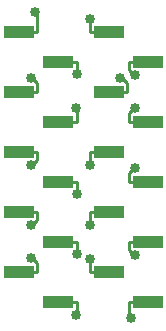
<source format=gbl>
G04 #@! TF.FileFunction,Copper,L2,Bot,Signal*
%FSLAX46Y46*%
G04 Gerber Fmt 4.6, Leading zero omitted, Abs format (unit mm)*
G04 Created by KiCad (PCBNEW 4.0.7-e2-6376~58~ubuntu16.04.1) date Sat Jan 13 09:44:16 2018*
%MOMM*%
%LPD*%
G01*
G04 APERTURE LIST*
%ADD10C,0.100000*%
%ADD11R,2.510000X1.000000*%
%ADD12C,0.850000*%
%ADD13C,0.250000*%
G04 APERTURE END LIST*
D10*
D11*
X146185000Y-96139000D03*
X146185000Y-101219000D03*
X146185000Y-106299000D03*
X146185000Y-111379000D03*
X146185000Y-116459000D03*
X142875000Y-93599000D03*
X142875000Y-98679000D03*
X142875000Y-103759000D03*
X142875000Y-108839000D03*
X142875000Y-113919000D03*
X153797000Y-96139000D03*
X153797000Y-101219000D03*
X153797000Y-106299000D03*
X153797000Y-111379000D03*
X153797000Y-116459000D03*
X150487000Y-93599000D03*
X150487000Y-98679000D03*
X150487000Y-103759000D03*
X150487000Y-108839000D03*
X150487000Y-113919000D03*
D12*
X147765300Y-97211900D03*
X147696300Y-100091300D03*
X147765300Y-107381800D03*
X147765300Y-112451900D03*
X147696300Y-117584300D03*
X144237400Y-91957000D03*
X143895700Y-97528100D03*
X143895700Y-104909800D03*
X143895700Y-109966100D03*
X143895700Y-112768100D03*
X148906700Y-92533700D03*
X152746300Y-97289900D03*
X151443000Y-97535300D03*
X152746300Y-100068100D03*
X148906700Y-104850400D03*
X152746300Y-105148100D03*
X148906700Y-109928800D03*
X152746300Y-112529900D03*
X148906700Y-112827600D03*
X152356200Y-117847000D03*
D13*
X146185000Y-96139000D02*
X147765300Y-96139000D01*
X147765300Y-96139000D02*
X147765300Y-97211900D01*
X147765300Y-100160300D02*
X147696300Y-100091300D01*
X147765300Y-101219000D02*
X147765300Y-100160300D01*
X146185000Y-101219000D02*
X147765300Y-101219000D01*
X146185000Y-106299000D02*
X147765300Y-106299000D01*
X147765300Y-106299000D02*
X147765300Y-107381800D01*
X146185000Y-111379000D02*
X147765300Y-111379000D01*
X147765300Y-111379000D02*
X147765300Y-112451900D01*
X147765300Y-117515300D02*
X147696300Y-117584300D01*
X147765300Y-116459000D02*
X147765300Y-117515300D01*
X146185000Y-116459000D02*
X147765300Y-116459000D01*
X144455300Y-92174900D02*
X144455300Y-93599000D01*
X144237400Y-91957000D02*
X144455300Y-92174900D01*
X142875000Y-93599000D02*
X144455300Y-93599000D01*
X142875000Y-98679000D02*
X144455300Y-98679000D01*
X144025900Y-97528100D02*
X143895700Y-97528100D01*
X144455300Y-97957500D02*
X144025900Y-97528100D01*
X144455300Y-98679000D02*
X144455300Y-97957500D01*
X142875000Y-103759000D02*
X144455300Y-103759000D01*
X144002800Y-104909800D02*
X143895700Y-104909800D01*
X144455300Y-104457300D02*
X144002800Y-104909800D01*
X144455300Y-103759000D02*
X144455300Y-104457300D01*
X142875000Y-108839000D02*
X144455300Y-108839000D01*
X144002100Y-109966100D02*
X143895700Y-109966100D01*
X144455300Y-109512900D02*
X144002100Y-109966100D01*
X144455300Y-108839000D02*
X144455300Y-109512900D01*
X142875000Y-113919000D02*
X144455300Y-113919000D01*
X144025900Y-112768100D02*
X143895700Y-112768100D01*
X144455300Y-113197500D02*
X144025900Y-112768100D01*
X144455300Y-113919000D02*
X144455300Y-113197500D01*
X150487000Y-93599000D02*
X148906700Y-93599000D01*
X148906700Y-93599000D02*
X148906700Y-92533700D01*
X153797000Y-96139000D02*
X152216700Y-96139000D01*
X152646100Y-97289900D02*
X152746300Y-97289900D01*
X152216700Y-96860500D02*
X152646100Y-97289900D01*
X152216700Y-96139000D02*
X152216700Y-96860500D01*
X150487000Y-98679000D02*
X152067300Y-98679000D01*
X151645800Y-97535300D02*
X151443000Y-97535300D01*
X152067300Y-97956800D02*
X151645800Y-97535300D01*
X152067300Y-98679000D02*
X152067300Y-97956800D01*
X153797000Y-101219000D02*
X152216700Y-101219000D01*
X152646100Y-100068100D02*
X152746300Y-100068100D01*
X152216700Y-100497500D02*
X152646100Y-100068100D01*
X152216700Y-101219000D02*
X152216700Y-100497500D01*
X150487000Y-103759000D02*
X148906700Y-103759000D01*
X148906700Y-103759000D02*
X148906700Y-104850400D01*
X153797000Y-106299000D02*
X152216700Y-106299000D01*
X152646100Y-105148100D02*
X152746300Y-105148100D01*
X152216700Y-105577500D02*
X152646100Y-105148100D01*
X152216700Y-106299000D02*
X152216700Y-105577500D01*
X150487000Y-108839000D02*
X148906700Y-108839000D01*
X148906700Y-108839000D02*
X148906700Y-109928800D01*
X153797000Y-111379000D02*
X152216700Y-111379000D01*
X152646100Y-112529900D02*
X152746300Y-112529900D01*
X152216700Y-112100500D02*
X152646100Y-112529900D01*
X152216700Y-111379000D02*
X152216700Y-112100500D01*
X150487000Y-113919000D02*
X148906700Y-113919000D01*
X148906700Y-113919000D02*
X148906700Y-112827600D01*
X152216700Y-117707500D02*
X152216700Y-116459000D01*
X152356200Y-117847000D02*
X152216700Y-117707500D01*
X153797000Y-116459000D02*
X152216700Y-116459000D01*
M02*

</source>
